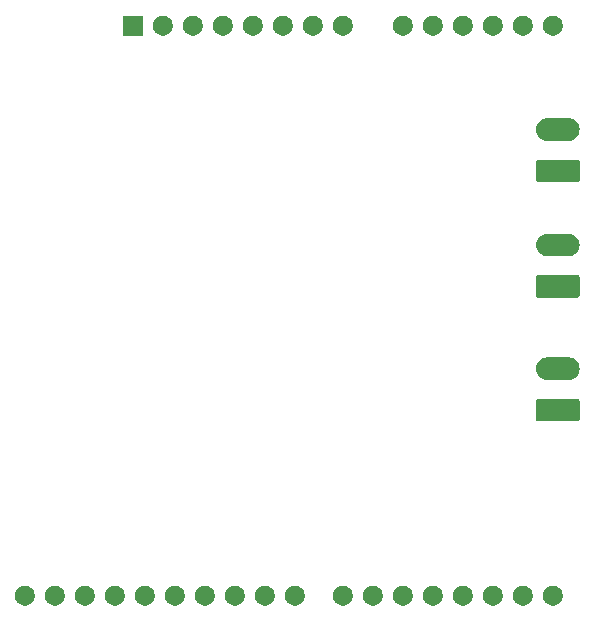
<source format=gbr>
G04 #@! TF.GenerationSoftware,KiCad,Pcbnew,5.1.5+dfsg1-2build2*
G04 #@! TF.CreationDate,2020-08-23T11:23:10+01:00*
G04 #@! TF.ProjectId,psoc6_beacon_gateway,70736f63-365f-4626-9561-636f6e5f6761,rev?*
G04 #@! TF.SameCoordinates,Original*
G04 #@! TF.FileFunction,Soldermask,Bot*
G04 #@! TF.FilePolarity,Negative*
%FSLAX46Y46*%
G04 Gerber Fmt 4.6, Leading zero omitted, Abs format (unit mm)*
G04 Created by KiCad (PCBNEW 5.1.5+dfsg1-2build2) date 2020-08-23 11:23:10*
%MOMM*%
%LPD*%
G04 APERTURE LIST*
%ADD10C,0.100000*%
G04 APERTURE END LIST*
D10*
G36*
X-31198418Y-40712082D02*
G01*
X-31099771Y-40731704D01*
X-30944899Y-40795854D01*
X-30805518Y-40888986D01*
X-30686984Y-41007520D01*
X-30593852Y-41146901D01*
X-30529702Y-41301773D01*
X-30496999Y-41466185D01*
X-30496999Y-41633817D01*
X-30529702Y-41798229D01*
X-30593852Y-41953101D01*
X-30686984Y-42092482D01*
X-30805518Y-42211016D01*
X-30944899Y-42304148D01*
X-31099771Y-42368298D01*
X-31198418Y-42387920D01*
X-31264181Y-42401001D01*
X-31431817Y-42401001D01*
X-31497580Y-42387920D01*
X-31596227Y-42368298D01*
X-31751099Y-42304148D01*
X-31890480Y-42211016D01*
X-32009014Y-42092482D01*
X-32102146Y-41953101D01*
X-32166296Y-41798229D01*
X-32198999Y-41633817D01*
X-32198999Y-41466185D01*
X-32166296Y-41301773D01*
X-32102146Y-41146901D01*
X-32009014Y-41007520D01*
X-31890480Y-40888986D01*
X-31751099Y-40795854D01*
X-31596227Y-40731704D01*
X-31497580Y-40712082D01*
X-31431817Y-40699001D01*
X-31264181Y-40699001D01*
X-31198418Y-40712082D01*
G37*
G36*
X-53038418Y-40712082D02*
G01*
X-52939771Y-40731704D01*
X-52784899Y-40795854D01*
X-52645518Y-40888986D01*
X-52526984Y-41007520D01*
X-52433852Y-41146901D01*
X-52369702Y-41301773D01*
X-52336999Y-41466185D01*
X-52336999Y-41633817D01*
X-52369702Y-41798229D01*
X-52433852Y-41953101D01*
X-52526984Y-42092482D01*
X-52645518Y-42211016D01*
X-52784899Y-42304148D01*
X-52939771Y-42368298D01*
X-53038418Y-42387920D01*
X-53104181Y-42401001D01*
X-53271817Y-42401001D01*
X-53337580Y-42387920D01*
X-53436227Y-42368298D01*
X-53591099Y-42304148D01*
X-53730480Y-42211016D01*
X-53849014Y-42092482D01*
X-53942146Y-41953101D01*
X-54006296Y-41798229D01*
X-54038999Y-41633817D01*
X-54038999Y-41466185D01*
X-54006296Y-41301773D01*
X-53942146Y-41146901D01*
X-53849014Y-41007520D01*
X-53730480Y-40888986D01*
X-53591099Y-40795854D01*
X-53436227Y-40731704D01*
X-53337580Y-40712082D01*
X-53271817Y-40699001D01*
X-53104181Y-40699001D01*
X-53038418Y-40712082D01*
G37*
G36*
X-28658418Y-40712082D02*
G01*
X-28559771Y-40731704D01*
X-28404899Y-40795854D01*
X-28265518Y-40888986D01*
X-28146984Y-41007520D01*
X-28053852Y-41146901D01*
X-27989702Y-41301773D01*
X-27956999Y-41466185D01*
X-27956999Y-41633817D01*
X-27989702Y-41798229D01*
X-28053852Y-41953101D01*
X-28146984Y-42092482D01*
X-28265518Y-42211016D01*
X-28404899Y-42304148D01*
X-28559771Y-42368298D01*
X-28658418Y-42387920D01*
X-28724181Y-42401001D01*
X-28891817Y-42401001D01*
X-28957580Y-42387920D01*
X-29056227Y-42368298D01*
X-29211099Y-42304148D01*
X-29350480Y-42211016D01*
X-29469014Y-42092482D01*
X-29562146Y-41953101D01*
X-29626296Y-41798229D01*
X-29658999Y-41633817D01*
X-29658999Y-41466185D01*
X-29626296Y-41301773D01*
X-29562146Y-41146901D01*
X-29469014Y-41007520D01*
X-29350480Y-40888986D01*
X-29211099Y-40795854D01*
X-29056227Y-40731704D01*
X-28957580Y-40712082D01*
X-28891817Y-40699001D01*
X-28724181Y-40699001D01*
X-28658418Y-40712082D01*
G37*
G36*
X-68278418Y-40712082D02*
G01*
X-68179771Y-40731704D01*
X-68024899Y-40795854D01*
X-67885518Y-40888986D01*
X-67766984Y-41007520D01*
X-67673852Y-41146901D01*
X-67609702Y-41301773D01*
X-67576999Y-41466185D01*
X-67576999Y-41633817D01*
X-67609702Y-41798229D01*
X-67673852Y-41953101D01*
X-67766984Y-42092482D01*
X-67885518Y-42211016D01*
X-68024899Y-42304148D01*
X-68179771Y-42368298D01*
X-68278418Y-42387920D01*
X-68344181Y-42401001D01*
X-68511817Y-42401001D01*
X-68577580Y-42387920D01*
X-68676227Y-42368298D01*
X-68831099Y-42304148D01*
X-68970480Y-42211016D01*
X-69089014Y-42092482D01*
X-69182146Y-41953101D01*
X-69246296Y-41798229D01*
X-69278999Y-41633817D01*
X-69278999Y-41466185D01*
X-69246296Y-41301773D01*
X-69182146Y-41146901D01*
X-69089014Y-41007520D01*
X-68970480Y-40888986D01*
X-68831099Y-40795854D01*
X-68676227Y-40731704D01*
X-68577580Y-40712082D01*
X-68511817Y-40699001D01*
X-68344181Y-40699001D01*
X-68278418Y-40712082D01*
G37*
G36*
X-65738418Y-40712082D02*
G01*
X-65639771Y-40731704D01*
X-65484899Y-40795854D01*
X-65345518Y-40888986D01*
X-65226984Y-41007520D01*
X-65133852Y-41146901D01*
X-65069702Y-41301773D01*
X-65036999Y-41466185D01*
X-65036999Y-41633817D01*
X-65069702Y-41798229D01*
X-65133852Y-41953101D01*
X-65226984Y-42092482D01*
X-65345518Y-42211016D01*
X-65484899Y-42304148D01*
X-65639771Y-42368298D01*
X-65738418Y-42387920D01*
X-65804181Y-42401001D01*
X-65971817Y-42401001D01*
X-66037580Y-42387920D01*
X-66136227Y-42368298D01*
X-66291099Y-42304148D01*
X-66430480Y-42211016D01*
X-66549014Y-42092482D01*
X-66642146Y-41953101D01*
X-66706296Y-41798229D01*
X-66738999Y-41633817D01*
X-66738999Y-41466185D01*
X-66706296Y-41301773D01*
X-66642146Y-41146901D01*
X-66549014Y-41007520D01*
X-66430480Y-40888986D01*
X-66291099Y-40795854D01*
X-66136227Y-40731704D01*
X-66037580Y-40712082D01*
X-65971817Y-40699001D01*
X-65804181Y-40699001D01*
X-65738418Y-40712082D01*
G37*
G36*
X-63198418Y-40712082D02*
G01*
X-63099771Y-40731704D01*
X-62944899Y-40795854D01*
X-62805518Y-40888986D01*
X-62686984Y-41007520D01*
X-62593852Y-41146901D01*
X-62529702Y-41301773D01*
X-62496999Y-41466185D01*
X-62496999Y-41633817D01*
X-62529702Y-41798229D01*
X-62593852Y-41953101D01*
X-62686984Y-42092482D01*
X-62805518Y-42211016D01*
X-62944899Y-42304148D01*
X-63099771Y-42368298D01*
X-63198418Y-42387920D01*
X-63264181Y-42401001D01*
X-63431817Y-42401001D01*
X-63497580Y-42387920D01*
X-63596227Y-42368298D01*
X-63751099Y-42304148D01*
X-63890480Y-42211016D01*
X-64009014Y-42092482D01*
X-64102146Y-41953101D01*
X-64166296Y-41798229D01*
X-64198999Y-41633817D01*
X-64198999Y-41466185D01*
X-64166296Y-41301773D01*
X-64102146Y-41146901D01*
X-64009014Y-41007520D01*
X-63890480Y-40888986D01*
X-63751099Y-40795854D01*
X-63596227Y-40731704D01*
X-63497580Y-40712082D01*
X-63431817Y-40699001D01*
X-63264181Y-40699001D01*
X-63198418Y-40712082D01*
G37*
G36*
X-60658418Y-40712082D02*
G01*
X-60559771Y-40731704D01*
X-60404899Y-40795854D01*
X-60265518Y-40888986D01*
X-60146984Y-41007520D01*
X-60053852Y-41146901D01*
X-59989702Y-41301773D01*
X-59956999Y-41466185D01*
X-59956999Y-41633817D01*
X-59989702Y-41798229D01*
X-60053852Y-41953101D01*
X-60146984Y-42092482D01*
X-60265518Y-42211016D01*
X-60404899Y-42304148D01*
X-60559771Y-42368298D01*
X-60658418Y-42387920D01*
X-60724181Y-42401001D01*
X-60891817Y-42401001D01*
X-60957580Y-42387920D01*
X-61056227Y-42368298D01*
X-61211099Y-42304148D01*
X-61350480Y-42211016D01*
X-61469014Y-42092482D01*
X-61562146Y-41953101D01*
X-61626296Y-41798229D01*
X-61658999Y-41633817D01*
X-61658999Y-41466185D01*
X-61626296Y-41301773D01*
X-61562146Y-41146901D01*
X-61469014Y-41007520D01*
X-61350480Y-40888986D01*
X-61211099Y-40795854D01*
X-61056227Y-40731704D01*
X-60957580Y-40712082D01*
X-60891817Y-40699001D01*
X-60724181Y-40699001D01*
X-60658418Y-40712082D01*
G37*
G36*
X-58118418Y-40712082D02*
G01*
X-58019771Y-40731704D01*
X-57864899Y-40795854D01*
X-57725518Y-40888986D01*
X-57606984Y-41007520D01*
X-57513852Y-41146901D01*
X-57449702Y-41301773D01*
X-57416999Y-41466185D01*
X-57416999Y-41633817D01*
X-57449702Y-41798229D01*
X-57513852Y-41953101D01*
X-57606984Y-42092482D01*
X-57725518Y-42211016D01*
X-57864899Y-42304148D01*
X-58019771Y-42368298D01*
X-58118418Y-42387920D01*
X-58184181Y-42401001D01*
X-58351817Y-42401001D01*
X-58417580Y-42387920D01*
X-58516227Y-42368298D01*
X-58671099Y-42304148D01*
X-58810480Y-42211016D01*
X-58929014Y-42092482D01*
X-59022146Y-41953101D01*
X-59086296Y-41798229D01*
X-59118999Y-41633817D01*
X-59118999Y-41466185D01*
X-59086296Y-41301773D01*
X-59022146Y-41146901D01*
X-58929014Y-41007520D01*
X-58810480Y-40888986D01*
X-58671099Y-40795854D01*
X-58516227Y-40731704D01*
X-58417580Y-40712082D01*
X-58351817Y-40699001D01*
X-58184181Y-40699001D01*
X-58118418Y-40712082D01*
G37*
G36*
X-55578418Y-40712082D02*
G01*
X-55479771Y-40731704D01*
X-55324899Y-40795854D01*
X-55185518Y-40888986D01*
X-55066984Y-41007520D01*
X-54973852Y-41146901D01*
X-54909702Y-41301773D01*
X-54876999Y-41466185D01*
X-54876999Y-41633817D01*
X-54909702Y-41798229D01*
X-54973852Y-41953101D01*
X-55066984Y-42092482D01*
X-55185518Y-42211016D01*
X-55324899Y-42304148D01*
X-55479771Y-42368298D01*
X-55578418Y-42387920D01*
X-55644181Y-42401001D01*
X-55811817Y-42401001D01*
X-55877580Y-42387920D01*
X-55976227Y-42368298D01*
X-56131099Y-42304148D01*
X-56270480Y-42211016D01*
X-56389014Y-42092482D01*
X-56482146Y-41953101D01*
X-56546296Y-41798229D01*
X-56578999Y-41633817D01*
X-56578999Y-41466185D01*
X-56546296Y-41301773D01*
X-56482146Y-41146901D01*
X-56389014Y-41007520D01*
X-56270480Y-40888986D01*
X-56131099Y-40795854D01*
X-55976227Y-40731704D01*
X-55877580Y-40712082D01*
X-55811817Y-40699001D01*
X-55644181Y-40699001D01*
X-55578418Y-40712082D01*
G37*
G36*
X-50498418Y-40712082D02*
G01*
X-50399771Y-40731704D01*
X-50244899Y-40795854D01*
X-50105518Y-40888986D01*
X-49986984Y-41007520D01*
X-49893852Y-41146901D01*
X-49829702Y-41301773D01*
X-49796999Y-41466185D01*
X-49796999Y-41633817D01*
X-49829702Y-41798229D01*
X-49893852Y-41953101D01*
X-49986984Y-42092482D01*
X-50105518Y-42211016D01*
X-50244899Y-42304148D01*
X-50399771Y-42368298D01*
X-50498418Y-42387920D01*
X-50564181Y-42401001D01*
X-50731817Y-42401001D01*
X-50797580Y-42387920D01*
X-50896227Y-42368298D01*
X-51051099Y-42304148D01*
X-51190480Y-42211016D01*
X-51309014Y-42092482D01*
X-51402146Y-41953101D01*
X-51466296Y-41798229D01*
X-51498999Y-41633817D01*
X-51498999Y-41466185D01*
X-51466296Y-41301773D01*
X-51402146Y-41146901D01*
X-51309014Y-41007520D01*
X-51190480Y-40888986D01*
X-51051099Y-40795854D01*
X-50896227Y-40731704D01*
X-50797580Y-40712082D01*
X-50731817Y-40699001D01*
X-50564181Y-40699001D01*
X-50498418Y-40712082D01*
G37*
G36*
X-46438418Y-40712082D02*
G01*
X-46339771Y-40731704D01*
X-46184899Y-40795854D01*
X-46045518Y-40888986D01*
X-45926984Y-41007520D01*
X-45833852Y-41146901D01*
X-45769702Y-41301773D01*
X-45736999Y-41466185D01*
X-45736999Y-41633817D01*
X-45769702Y-41798229D01*
X-45833852Y-41953101D01*
X-45926984Y-42092482D01*
X-46045518Y-42211016D01*
X-46184899Y-42304148D01*
X-46339771Y-42368298D01*
X-46438418Y-42387920D01*
X-46504181Y-42401001D01*
X-46671817Y-42401001D01*
X-46737580Y-42387920D01*
X-46836227Y-42368298D01*
X-46991099Y-42304148D01*
X-47130480Y-42211016D01*
X-47249014Y-42092482D01*
X-47342146Y-41953101D01*
X-47406296Y-41798229D01*
X-47438999Y-41633817D01*
X-47438999Y-41466185D01*
X-47406296Y-41301773D01*
X-47342146Y-41146901D01*
X-47249014Y-41007520D01*
X-47130480Y-40888986D01*
X-46991099Y-40795854D01*
X-46836227Y-40731704D01*
X-46737580Y-40712082D01*
X-46671817Y-40699001D01*
X-46504181Y-40699001D01*
X-46438418Y-40712082D01*
G37*
G36*
X-43898418Y-40712082D02*
G01*
X-43799771Y-40731704D01*
X-43644899Y-40795854D01*
X-43505518Y-40888986D01*
X-43386984Y-41007520D01*
X-43293852Y-41146901D01*
X-43229702Y-41301773D01*
X-43196999Y-41466185D01*
X-43196999Y-41633817D01*
X-43229702Y-41798229D01*
X-43293852Y-41953101D01*
X-43386984Y-42092482D01*
X-43505518Y-42211016D01*
X-43644899Y-42304148D01*
X-43799771Y-42368298D01*
X-43898418Y-42387920D01*
X-43964181Y-42401001D01*
X-44131817Y-42401001D01*
X-44197580Y-42387920D01*
X-44296227Y-42368298D01*
X-44451099Y-42304148D01*
X-44590480Y-42211016D01*
X-44709014Y-42092482D01*
X-44802146Y-41953101D01*
X-44866296Y-41798229D01*
X-44898999Y-41633817D01*
X-44898999Y-41466185D01*
X-44866296Y-41301773D01*
X-44802146Y-41146901D01*
X-44709014Y-41007520D01*
X-44590480Y-40888986D01*
X-44451099Y-40795854D01*
X-44296227Y-40731704D01*
X-44197580Y-40712082D01*
X-44131817Y-40699001D01*
X-43964181Y-40699001D01*
X-43898418Y-40712082D01*
G37*
G36*
X-41358418Y-40712082D02*
G01*
X-41259771Y-40731704D01*
X-41104899Y-40795854D01*
X-40965518Y-40888986D01*
X-40846984Y-41007520D01*
X-40753852Y-41146901D01*
X-40689702Y-41301773D01*
X-40656999Y-41466185D01*
X-40656999Y-41633817D01*
X-40689702Y-41798229D01*
X-40753852Y-41953101D01*
X-40846984Y-42092482D01*
X-40965518Y-42211016D01*
X-41104899Y-42304148D01*
X-41259771Y-42368298D01*
X-41358418Y-42387920D01*
X-41424181Y-42401001D01*
X-41591817Y-42401001D01*
X-41657580Y-42387920D01*
X-41756227Y-42368298D01*
X-41911099Y-42304148D01*
X-42050480Y-42211016D01*
X-42169014Y-42092482D01*
X-42262146Y-41953101D01*
X-42326296Y-41798229D01*
X-42358999Y-41633817D01*
X-42358999Y-41466185D01*
X-42326296Y-41301773D01*
X-42262146Y-41146901D01*
X-42169014Y-41007520D01*
X-42050480Y-40888986D01*
X-41911099Y-40795854D01*
X-41756227Y-40731704D01*
X-41657580Y-40712082D01*
X-41591817Y-40699001D01*
X-41424181Y-40699001D01*
X-41358418Y-40712082D01*
G37*
G36*
X-38818418Y-40712082D02*
G01*
X-38719771Y-40731704D01*
X-38564899Y-40795854D01*
X-38425518Y-40888986D01*
X-38306984Y-41007520D01*
X-38213852Y-41146901D01*
X-38149702Y-41301773D01*
X-38116999Y-41466185D01*
X-38116999Y-41633817D01*
X-38149702Y-41798229D01*
X-38213852Y-41953101D01*
X-38306984Y-42092482D01*
X-38425518Y-42211016D01*
X-38564899Y-42304148D01*
X-38719771Y-42368298D01*
X-38818418Y-42387920D01*
X-38884181Y-42401001D01*
X-39051817Y-42401001D01*
X-39117580Y-42387920D01*
X-39216227Y-42368298D01*
X-39371099Y-42304148D01*
X-39510480Y-42211016D01*
X-39629014Y-42092482D01*
X-39722146Y-41953101D01*
X-39786296Y-41798229D01*
X-39818999Y-41633817D01*
X-39818999Y-41466185D01*
X-39786296Y-41301773D01*
X-39722146Y-41146901D01*
X-39629014Y-41007520D01*
X-39510480Y-40888986D01*
X-39371099Y-40795854D01*
X-39216227Y-40731704D01*
X-39117580Y-40712082D01*
X-39051817Y-40699001D01*
X-38884181Y-40699001D01*
X-38818418Y-40712082D01*
G37*
G36*
X-36278418Y-40712082D02*
G01*
X-36179771Y-40731704D01*
X-36024899Y-40795854D01*
X-35885518Y-40888986D01*
X-35766984Y-41007520D01*
X-35673852Y-41146901D01*
X-35609702Y-41301773D01*
X-35576999Y-41466185D01*
X-35576999Y-41633817D01*
X-35609702Y-41798229D01*
X-35673852Y-41953101D01*
X-35766984Y-42092482D01*
X-35885518Y-42211016D01*
X-36024899Y-42304148D01*
X-36179771Y-42368298D01*
X-36278418Y-42387920D01*
X-36344181Y-42401001D01*
X-36511817Y-42401001D01*
X-36577580Y-42387920D01*
X-36676227Y-42368298D01*
X-36831099Y-42304148D01*
X-36970480Y-42211016D01*
X-37089014Y-42092482D01*
X-37182146Y-41953101D01*
X-37246296Y-41798229D01*
X-37278999Y-41633817D01*
X-37278999Y-41466185D01*
X-37246296Y-41301773D01*
X-37182146Y-41146901D01*
X-37089014Y-41007520D01*
X-36970480Y-40888986D01*
X-36831099Y-40795854D01*
X-36676227Y-40731704D01*
X-36577580Y-40712082D01*
X-36511817Y-40699001D01*
X-36344181Y-40699001D01*
X-36278418Y-40712082D01*
G37*
G36*
X-33738418Y-40712082D02*
G01*
X-33639771Y-40731704D01*
X-33484899Y-40795854D01*
X-33345518Y-40888986D01*
X-33226984Y-41007520D01*
X-33133852Y-41146901D01*
X-33069702Y-41301773D01*
X-33036999Y-41466185D01*
X-33036999Y-41633817D01*
X-33069702Y-41798229D01*
X-33133852Y-41953101D01*
X-33226984Y-42092482D01*
X-33345518Y-42211016D01*
X-33484899Y-42304148D01*
X-33639771Y-42368298D01*
X-33738418Y-42387920D01*
X-33804181Y-42401001D01*
X-33971817Y-42401001D01*
X-34037580Y-42387920D01*
X-34136227Y-42368298D01*
X-34291099Y-42304148D01*
X-34430480Y-42211016D01*
X-34549014Y-42092482D01*
X-34642146Y-41953101D01*
X-34706296Y-41798229D01*
X-34738999Y-41633817D01*
X-34738999Y-41466185D01*
X-34706296Y-41301773D01*
X-34642146Y-41146901D01*
X-34549014Y-41007520D01*
X-34430480Y-40888986D01*
X-34291099Y-40795854D01*
X-34136227Y-40731704D01*
X-34037580Y-40712082D01*
X-33971817Y-40699001D01*
X-33804181Y-40699001D01*
X-33738418Y-40712082D01*
G37*
G36*
X-70818418Y-40712082D02*
G01*
X-70719771Y-40731704D01*
X-70564899Y-40795854D01*
X-70425518Y-40888986D01*
X-70306984Y-41007520D01*
X-70213852Y-41146901D01*
X-70149702Y-41301773D01*
X-70116999Y-41466185D01*
X-70116999Y-41633817D01*
X-70149702Y-41798229D01*
X-70213852Y-41953101D01*
X-70306984Y-42092482D01*
X-70425518Y-42211016D01*
X-70564899Y-42304148D01*
X-70719771Y-42368298D01*
X-70818418Y-42387920D01*
X-70884181Y-42401001D01*
X-71051817Y-42401001D01*
X-71117580Y-42387920D01*
X-71216227Y-42368298D01*
X-71371099Y-42304148D01*
X-71510480Y-42211016D01*
X-71629014Y-42092482D01*
X-71722146Y-41953101D01*
X-71786296Y-41798229D01*
X-71818999Y-41633817D01*
X-71818999Y-41466185D01*
X-71786296Y-41301773D01*
X-71722146Y-41146901D01*
X-71629014Y-41007520D01*
X-71510480Y-40888986D01*
X-71371099Y-40795854D01*
X-71216227Y-40731704D01*
X-71117580Y-40712082D01*
X-71051817Y-40699001D01*
X-70884181Y-40699001D01*
X-70818418Y-40712082D01*
G37*
G36*
X-73358418Y-40712082D02*
G01*
X-73259771Y-40731704D01*
X-73104899Y-40795854D01*
X-72965518Y-40888986D01*
X-72846984Y-41007520D01*
X-72753852Y-41146901D01*
X-72689702Y-41301773D01*
X-72656999Y-41466185D01*
X-72656999Y-41633817D01*
X-72689702Y-41798229D01*
X-72753852Y-41953101D01*
X-72846984Y-42092482D01*
X-72965518Y-42211016D01*
X-73104899Y-42304148D01*
X-73259771Y-42368298D01*
X-73358418Y-42387920D01*
X-73424181Y-42401001D01*
X-73591817Y-42401001D01*
X-73657580Y-42387920D01*
X-73756227Y-42368298D01*
X-73911099Y-42304148D01*
X-74050480Y-42211016D01*
X-74169014Y-42092482D01*
X-74262146Y-41953101D01*
X-74326296Y-41798229D01*
X-74358999Y-41633817D01*
X-74358999Y-41466185D01*
X-74326296Y-41301773D01*
X-74262146Y-41146901D01*
X-74169014Y-41007520D01*
X-74050480Y-40888986D01*
X-73911099Y-40795854D01*
X-73756227Y-40731704D01*
X-73657580Y-40712082D01*
X-73591817Y-40699001D01*
X-73424181Y-40699001D01*
X-73358418Y-40712082D01*
G37*
G36*
X-26688095Y-24897662D02*
G01*
X-26652179Y-24908557D01*
X-26619073Y-24926252D01*
X-26590061Y-24950061D01*
X-26566252Y-24979073D01*
X-26548557Y-25012179D01*
X-26537662Y-25048095D01*
X-26533500Y-25090354D01*
X-26533500Y-26598646D01*
X-26537662Y-26640905D01*
X-26548557Y-26676821D01*
X-26566252Y-26709927D01*
X-26590061Y-26738939D01*
X-26619073Y-26762748D01*
X-26652179Y-26780443D01*
X-26688095Y-26791338D01*
X-26730354Y-26795500D01*
X-30038646Y-26795500D01*
X-30080905Y-26791338D01*
X-30116821Y-26780443D01*
X-30149927Y-26762748D01*
X-30178939Y-26738939D01*
X-30202748Y-26709927D01*
X-30220443Y-26676821D01*
X-30231338Y-26640905D01*
X-30235500Y-26598646D01*
X-30235500Y-25090354D01*
X-30231338Y-25048095D01*
X-30220443Y-25012179D01*
X-30202748Y-24979073D01*
X-30178939Y-24950061D01*
X-30149927Y-24926252D01*
X-30116821Y-24908557D01*
X-30080905Y-24897662D01*
X-30038646Y-24893500D01*
X-26730354Y-24893500D01*
X-26688095Y-24897662D01*
G37*
G36*
X-27298075Y-21407259D02*
G01*
X-27178562Y-21443514D01*
X-27118807Y-21461640D01*
X-27118805Y-21461641D01*
X-26953597Y-21549945D01*
X-26808788Y-21668788D01*
X-26689945Y-21813597D01*
X-26601641Y-21978805D01*
X-26547259Y-22158075D01*
X-26528898Y-22344500D01*
X-26547259Y-22530925D01*
X-26601641Y-22710195D01*
X-26689945Y-22875403D01*
X-26808788Y-23020212D01*
X-26953597Y-23139055D01*
X-27118805Y-23227359D01*
X-27118807Y-23227360D01*
X-27178562Y-23245486D01*
X-27298075Y-23281741D01*
X-27437777Y-23295500D01*
X-29331223Y-23295500D01*
X-29470925Y-23281741D01*
X-29590438Y-23245486D01*
X-29650193Y-23227360D01*
X-29650195Y-23227359D01*
X-29815403Y-23139055D01*
X-29960212Y-23020212D01*
X-30079055Y-22875403D01*
X-30167359Y-22710195D01*
X-30221741Y-22530925D01*
X-30240102Y-22344500D01*
X-30221741Y-22158075D01*
X-30167359Y-21978805D01*
X-30079055Y-21813597D01*
X-29960212Y-21668788D01*
X-29815403Y-21549945D01*
X-29650195Y-21461641D01*
X-29650193Y-21461640D01*
X-29590438Y-21443514D01*
X-29470925Y-21407259D01*
X-29331223Y-21393500D01*
X-27437777Y-21393500D01*
X-27298075Y-21407259D01*
G37*
G36*
X-26688095Y-14420162D02*
G01*
X-26652179Y-14431057D01*
X-26619073Y-14448752D01*
X-26590061Y-14472561D01*
X-26566252Y-14501573D01*
X-26548557Y-14534679D01*
X-26537662Y-14570595D01*
X-26533500Y-14612854D01*
X-26533500Y-16121146D01*
X-26537662Y-16163405D01*
X-26548557Y-16199321D01*
X-26566252Y-16232427D01*
X-26590061Y-16261439D01*
X-26619073Y-16285248D01*
X-26652179Y-16302943D01*
X-26688095Y-16313838D01*
X-26730354Y-16318000D01*
X-30038646Y-16318000D01*
X-30080905Y-16313838D01*
X-30116821Y-16302943D01*
X-30149927Y-16285248D01*
X-30178939Y-16261439D01*
X-30202748Y-16232427D01*
X-30220443Y-16199321D01*
X-30231338Y-16163405D01*
X-30235500Y-16121146D01*
X-30235500Y-14612854D01*
X-30231338Y-14570595D01*
X-30220443Y-14534679D01*
X-30202748Y-14501573D01*
X-30178939Y-14472561D01*
X-30149927Y-14448752D01*
X-30116821Y-14431057D01*
X-30080905Y-14420162D01*
X-30038646Y-14416000D01*
X-26730354Y-14416000D01*
X-26688095Y-14420162D01*
G37*
G36*
X-27298075Y-10929759D02*
G01*
X-27178562Y-10966014D01*
X-27118807Y-10984140D01*
X-27118805Y-10984141D01*
X-26953597Y-11072445D01*
X-26808788Y-11191288D01*
X-26689945Y-11336097D01*
X-26601641Y-11501305D01*
X-26547259Y-11680575D01*
X-26528898Y-11867000D01*
X-26547259Y-12053425D01*
X-26601641Y-12232695D01*
X-26689945Y-12397903D01*
X-26808788Y-12542712D01*
X-26953597Y-12661555D01*
X-27118805Y-12749859D01*
X-27118807Y-12749860D01*
X-27178562Y-12767986D01*
X-27298075Y-12804241D01*
X-27437777Y-12818000D01*
X-29331223Y-12818000D01*
X-29470925Y-12804241D01*
X-29590438Y-12767986D01*
X-29650193Y-12749860D01*
X-29650195Y-12749859D01*
X-29815403Y-12661555D01*
X-29960212Y-12542712D01*
X-30079055Y-12397903D01*
X-30167359Y-12232695D01*
X-30221741Y-12053425D01*
X-30240102Y-11867000D01*
X-30221741Y-11680575D01*
X-30167359Y-11501305D01*
X-30079055Y-11336097D01*
X-29960212Y-11191288D01*
X-29815403Y-11072445D01*
X-29650195Y-10984141D01*
X-29650193Y-10984140D01*
X-29590438Y-10966014D01*
X-29470925Y-10929759D01*
X-29331223Y-10916000D01*
X-27437777Y-10916000D01*
X-27298075Y-10929759D01*
G37*
G36*
X-26688095Y-4641162D02*
G01*
X-26652179Y-4652057D01*
X-26619073Y-4669752D01*
X-26590061Y-4693561D01*
X-26566252Y-4722573D01*
X-26548557Y-4755679D01*
X-26537662Y-4791595D01*
X-26533500Y-4833854D01*
X-26533500Y-6342146D01*
X-26537662Y-6384405D01*
X-26548557Y-6420321D01*
X-26566252Y-6453427D01*
X-26590061Y-6482439D01*
X-26619073Y-6506248D01*
X-26652179Y-6523943D01*
X-26688095Y-6534838D01*
X-26730354Y-6539000D01*
X-30038646Y-6539000D01*
X-30080905Y-6534838D01*
X-30116821Y-6523943D01*
X-30149927Y-6506248D01*
X-30178939Y-6482439D01*
X-30202748Y-6453427D01*
X-30220443Y-6420321D01*
X-30231338Y-6384405D01*
X-30235500Y-6342146D01*
X-30235500Y-4833854D01*
X-30231338Y-4791595D01*
X-30220443Y-4755679D01*
X-30202748Y-4722573D01*
X-30178939Y-4693561D01*
X-30149927Y-4669752D01*
X-30116821Y-4652057D01*
X-30080905Y-4641162D01*
X-30038646Y-4637000D01*
X-26730354Y-4637000D01*
X-26688095Y-4641162D01*
G37*
G36*
X-27298075Y-1150759D02*
G01*
X-27178562Y-1187014D01*
X-27118807Y-1205140D01*
X-27118805Y-1205141D01*
X-26953597Y-1293445D01*
X-26808788Y-1412288D01*
X-26689945Y-1557097D01*
X-26601641Y-1722305D01*
X-26547259Y-1901575D01*
X-26528898Y-2088000D01*
X-26547259Y-2274425D01*
X-26601641Y-2453695D01*
X-26689945Y-2618903D01*
X-26808788Y-2763712D01*
X-26953597Y-2882555D01*
X-27118805Y-2970859D01*
X-27118807Y-2970860D01*
X-27178562Y-2988986D01*
X-27298075Y-3025241D01*
X-27437777Y-3039000D01*
X-29331223Y-3039000D01*
X-29470925Y-3025241D01*
X-29590438Y-2988986D01*
X-29650193Y-2970860D01*
X-29650195Y-2970859D01*
X-29815403Y-2882555D01*
X-29960212Y-2763712D01*
X-30079055Y-2618903D01*
X-30167359Y-2453695D01*
X-30221741Y-2274425D01*
X-30240102Y-2088000D01*
X-30221741Y-1901575D01*
X-30167359Y-1722305D01*
X-30079055Y-1557097D01*
X-29960212Y-1412288D01*
X-29815403Y-1293445D01*
X-29650195Y-1205141D01*
X-29650193Y-1205140D01*
X-29590438Y-1187014D01*
X-29470925Y-1150759D01*
X-29331223Y-1137000D01*
X-27437777Y-1137000D01*
X-27298075Y-1150759D01*
G37*
G36*
X-63516999Y5858999D02*
G01*
X-65218999Y5858999D01*
X-65218999Y7560999D01*
X-63516999Y7560999D01*
X-63516999Y5858999D01*
G37*
G36*
X-59138418Y7547918D02*
G01*
X-59039771Y7528296D01*
X-58884899Y7464146D01*
X-58745518Y7371014D01*
X-58626984Y7252480D01*
X-58533852Y7113099D01*
X-58469702Y6958227D01*
X-58436999Y6793815D01*
X-58436999Y6626183D01*
X-58469702Y6461771D01*
X-58533852Y6306899D01*
X-58626984Y6167518D01*
X-58745518Y6048984D01*
X-58884899Y5955852D01*
X-59039771Y5891702D01*
X-59138418Y5872080D01*
X-59204181Y5858999D01*
X-59371817Y5858999D01*
X-59437580Y5872080D01*
X-59536227Y5891702D01*
X-59691099Y5955852D01*
X-59830480Y6048984D01*
X-59949014Y6167518D01*
X-60042146Y6306899D01*
X-60106296Y6461771D01*
X-60138999Y6626183D01*
X-60138999Y6793815D01*
X-60106296Y6958227D01*
X-60042146Y7113099D01*
X-59949014Y7252480D01*
X-59830480Y7371014D01*
X-59691099Y7464146D01*
X-59536227Y7528296D01*
X-59437580Y7547918D01*
X-59371817Y7560999D01*
X-59204181Y7560999D01*
X-59138418Y7547918D01*
G37*
G36*
X-56598418Y7547918D02*
G01*
X-56499771Y7528296D01*
X-56344899Y7464146D01*
X-56205518Y7371014D01*
X-56086984Y7252480D01*
X-55993852Y7113099D01*
X-55929702Y6958227D01*
X-55896999Y6793815D01*
X-55896999Y6626183D01*
X-55929702Y6461771D01*
X-55993852Y6306899D01*
X-56086984Y6167518D01*
X-56205518Y6048984D01*
X-56344899Y5955852D01*
X-56499771Y5891702D01*
X-56598418Y5872080D01*
X-56664181Y5858999D01*
X-56831817Y5858999D01*
X-56897580Y5872080D01*
X-56996227Y5891702D01*
X-57151099Y5955852D01*
X-57290480Y6048984D01*
X-57409014Y6167518D01*
X-57502146Y6306899D01*
X-57566296Y6461771D01*
X-57598999Y6626183D01*
X-57598999Y6793815D01*
X-57566296Y6958227D01*
X-57502146Y7113099D01*
X-57409014Y7252480D01*
X-57290480Y7371014D01*
X-57151099Y7464146D01*
X-56996227Y7528296D01*
X-56897580Y7547918D01*
X-56831817Y7560999D01*
X-56664181Y7560999D01*
X-56598418Y7547918D01*
G37*
G36*
X-54058418Y7547918D02*
G01*
X-53959771Y7528296D01*
X-53804899Y7464146D01*
X-53665518Y7371014D01*
X-53546984Y7252480D01*
X-53453852Y7113099D01*
X-53389702Y6958227D01*
X-53356999Y6793815D01*
X-53356999Y6626183D01*
X-53389702Y6461771D01*
X-53453852Y6306899D01*
X-53546984Y6167518D01*
X-53665518Y6048984D01*
X-53804899Y5955852D01*
X-53959771Y5891702D01*
X-54058418Y5872080D01*
X-54124181Y5858999D01*
X-54291817Y5858999D01*
X-54357580Y5872080D01*
X-54456227Y5891702D01*
X-54611099Y5955852D01*
X-54750480Y6048984D01*
X-54869014Y6167518D01*
X-54962146Y6306899D01*
X-55026296Y6461771D01*
X-55058999Y6626183D01*
X-55058999Y6793815D01*
X-55026296Y6958227D01*
X-54962146Y7113099D01*
X-54869014Y7252480D01*
X-54750480Y7371014D01*
X-54611099Y7464146D01*
X-54456227Y7528296D01*
X-54357580Y7547918D01*
X-54291817Y7560999D01*
X-54124181Y7560999D01*
X-54058418Y7547918D01*
G37*
G36*
X-61678418Y7547918D02*
G01*
X-61579771Y7528296D01*
X-61424899Y7464146D01*
X-61285518Y7371014D01*
X-61166984Y7252480D01*
X-61073852Y7113099D01*
X-61009702Y6958227D01*
X-60976999Y6793815D01*
X-60976999Y6626183D01*
X-61009702Y6461771D01*
X-61073852Y6306899D01*
X-61166984Y6167518D01*
X-61285518Y6048984D01*
X-61424899Y5955852D01*
X-61579771Y5891702D01*
X-61678418Y5872080D01*
X-61744181Y5858999D01*
X-61911817Y5858999D01*
X-61977580Y5872080D01*
X-62076227Y5891702D01*
X-62231099Y5955852D01*
X-62370480Y6048984D01*
X-62489014Y6167518D01*
X-62582146Y6306899D01*
X-62646296Y6461771D01*
X-62678999Y6626183D01*
X-62678999Y6793815D01*
X-62646296Y6958227D01*
X-62582146Y7113099D01*
X-62489014Y7252480D01*
X-62370480Y7371014D01*
X-62231099Y7464146D01*
X-62076227Y7528296D01*
X-61977580Y7547918D01*
X-61911817Y7560999D01*
X-61744181Y7560999D01*
X-61678418Y7547918D01*
G37*
G36*
X-48978418Y7547918D02*
G01*
X-48879771Y7528296D01*
X-48724899Y7464146D01*
X-48585518Y7371014D01*
X-48466984Y7252480D01*
X-48373852Y7113099D01*
X-48309702Y6958227D01*
X-48276999Y6793815D01*
X-48276999Y6626183D01*
X-48309702Y6461771D01*
X-48373852Y6306899D01*
X-48466984Y6167518D01*
X-48585518Y6048984D01*
X-48724899Y5955852D01*
X-48879771Y5891702D01*
X-48978418Y5872080D01*
X-49044181Y5858999D01*
X-49211817Y5858999D01*
X-49277580Y5872080D01*
X-49376227Y5891702D01*
X-49531099Y5955852D01*
X-49670480Y6048984D01*
X-49789014Y6167518D01*
X-49882146Y6306899D01*
X-49946296Y6461771D01*
X-49978999Y6626183D01*
X-49978999Y6793815D01*
X-49946296Y6958227D01*
X-49882146Y7113099D01*
X-49789014Y7252480D01*
X-49670480Y7371014D01*
X-49531099Y7464146D01*
X-49376227Y7528296D01*
X-49277580Y7547918D01*
X-49211817Y7560999D01*
X-49044181Y7560999D01*
X-48978418Y7547918D01*
G37*
G36*
X-46438418Y7547918D02*
G01*
X-46339771Y7528296D01*
X-46184899Y7464146D01*
X-46045518Y7371014D01*
X-45926984Y7252480D01*
X-45833852Y7113099D01*
X-45769702Y6958227D01*
X-45736999Y6793815D01*
X-45736999Y6626183D01*
X-45769702Y6461771D01*
X-45833852Y6306899D01*
X-45926984Y6167518D01*
X-46045518Y6048984D01*
X-46184899Y5955852D01*
X-46339771Y5891702D01*
X-46438418Y5872080D01*
X-46504181Y5858999D01*
X-46671817Y5858999D01*
X-46737580Y5872080D01*
X-46836227Y5891702D01*
X-46991099Y5955852D01*
X-47130480Y6048984D01*
X-47249014Y6167518D01*
X-47342146Y6306899D01*
X-47406296Y6461771D01*
X-47438999Y6626183D01*
X-47438999Y6793815D01*
X-47406296Y6958227D01*
X-47342146Y7113099D01*
X-47249014Y7252480D01*
X-47130480Y7371014D01*
X-46991099Y7464146D01*
X-46836227Y7528296D01*
X-46737580Y7547918D01*
X-46671817Y7560999D01*
X-46504181Y7560999D01*
X-46438418Y7547918D01*
G37*
G36*
X-28658418Y7547918D02*
G01*
X-28559771Y7528296D01*
X-28404899Y7464146D01*
X-28265518Y7371014D01*
X-28146984Y7252480D01*
X-28053852Y7113099D01*
X-27989702Y6958227D01*
X-27956999Y6793815D01*
X-27956999Y6626183D01*
X-27989702Y6461771D01*
X-28053852Y6306899D01*
X-28146984Y6167518D01*
X-28265518Y6048984D01*
X-28404899Y5955852D01*
X-28559771Y5891702D01*
X-28658418Y5872080D01*
X-28724181Y5858999D01*
X-28891817Y5858999D01*
X-28957580Y5872080D01*
X-29056227Y5891702D01*
X-29211099Y5955852D01*
X-29350480Y6048984D01*
X-29469014Y6167518D01*
X-29562146Y6306899D01*
X-29626296Y6461771D01*
X-29658999Y6626183D01*
X-29658999Y6793815D01*
X-29626296Y6958227D01*
X-29562146Y7113099D01*
X-29469014Y7252480D01*
X-29350480Y7371014D01*
X-29211099Y7464146D01*
X-29056227Y7528296D01*
X-28957580Y7547918D01*
X-28891817Y7560999D01*
X-28724181Y7560999D01*
X-28658418Y7547918D01*
G37*
G36*
X-31198418Y7547918D02*
G01*
X-31099771Y7528296D01*
X-30944899Y7464146D01*
X-30805518Y7371014D01*
X-30686984Y7252480D01*
X-30593852Y7113099D01*
X-30529702Y6958227D01*
X-30496999Y6793815D01*
X-30496999Y6626183D01*
X-30529702Y6461771D01*
X-30593852Y6306899D01*
X-30686984Y6167518D01*
X-30805518Y6048984D01*
X-30944899Y5955852D01*
X-31099771Y5891702D01*
X-31198418Y5872080D01*
X-31264181Y5858999D01*
X-31431817Y5858999D01*
X-31497580Y5872080D01*
X-31596227Y5891702D01*
X-31751099Y5955852D01*
X-31890480Y6048984D01*
X-32009014Y6167518D01*
X-32102146Y6306899D01*
X-32166296Y6461771D01*
X-32198999Y6626183D01*
X-32198999Y6793815D01*
X-32166296Y6958227D01*
X-32102146Y7113099D01*
X-32009014Y7252480D01*
X-31890480Y7371014D01*
X-31751099Y7464146D01*
X-31596227Y7528296D01*
X-31497580Y7547918D01*
X-31431817Y7560999D01*
X-31264181Y7560999D01*
X-31198418Y7547918D01*
G37*
G36*
X-33738418Y7547918D02*
G01*
X-33639771Y7528296D01*
X-33484899Y7464146D01*
X-33345518Y7371014D01*
X-33226984Y7252480D01*
X-33133852Y7113099D01*
X-33069702Y6958227D01*
X-33036999Y6793815D01*
X-33036999Y6626183D01*
X-33069702Y6461771D01*
X-33133852Y6306899D01*
X-33226984Y6167518D01*
X-33345518Y6048984D01*
X-33484899Y5955852D01*
X-33639771Y5891702D01*
X-33738418Y5872080D01*
X-33804181Y5858999D01*
X-33971817Y5858999D01*
X-34037580Y5872080D01*
X-34136227Y5891702D01*
X-34291099Y5955852D01*
X-34430480Y6048984D01*
X-34549014Y6167518D01*
X-34642146Y6306899D01*
X-34706296Y6461771D01*
X-34738999Y6626183D01*
X-34738999Y6793815D01*
X-34706296Y6958227D01*
X-34642146Y7113099D01*
X-34549014Y7252480D01*
X-34430480Y7371014D01*
X-34291099Y7464146D01*
X-34136227Y7528296D01*
X-34037580Y7547918D01*
X-33971817Y7560999D01*
X-33804181Y7560999D01*
X-33738418Y7547918D01*
G37*
G36*
X-36278418Y7547918D02*
G01*
X-36179771Y7528296D01*
X-36024899Y7464146D01*
X-35885518Y7371014D01*
X-35766984Y7252480D01*
X-35673852Y7113099D01*
X-35609702Y6958227D01*
X-35576999Y6793815D01*
X-35576999Y6626183D01*
X-35609702Y6461771D01*
X-35673852Y6306899D01*
X-35766984Y6167518D01*
X-35885518Y6048984D01*
X-36024899Y5955852D01*
X-36179771Y5891702D01*
X-36278418Y5872080D01*
X-36344181Y5858999D01*
X-36511817Y5858999D01*
X-36577580Y5872080D01*
X-36676227Y5891702D01*
X-36831099Y5955852D01*
X-36970480Y6048984D01*
X-37089014Y6167518D01*
X-37182146Y6306899D01*
X-37246296Y6461771D01*
X-37278999Y6626183D01*
X-37278999Y6793815D01*
X-37246296Y6958227D01*
X-37182146Y7113099D01*
X-37089014Y7252480D01*
X-36970480Y7371014D01*
X-36831099Y7464146D01*
X-36676227Y7528296D01*
X-36577580Y7547918D01*
X-36511817Y7560999D01*
X-36344181Y7560999D01*
X-36278418Y7547918D01*
G37*
G36*
X-41358418Y7547918D02*
G01*
X-41259771Y7528296D01*
X-41104899Y7464146D01*
X-40965518Y7371014D01*
X-40846984Y7252480D01*
X-40753852Y7113099D01*
X-40689702Y6958227D01*
X-40656999Y6793815D01*
X-40656999Y6626183D01*
X-40689702Y6461771D01*
X-40753852Y6306899D01*
X-40846984Y6167518D01*
X-40965518Y6048984D01*
X-41104899Y5955852D01*
X-41259771Y5891702D01*
X-41358418Y5872080D01*
X-41424181Y5858999D01*
X-41591817Y5858999D01*
X-41657580Y5872080D01*
X-41756227Y5891702D01*
X-41911099Y5955852D01*
X-42050480Y6048984D01*
X-42169014Y6167518D01*
X-42262146Y6306899D01*
X-42326296Y6461771D01*
X-42358999Y6626183D01*
X-42358999Y6793815D01*
X-42326296Y6958227D01*
X-42262146Y7113099D01*
X-42169014Y7252480D01*
X-42050480Y7371014D01*
X-41911099Y7464146D01*
X-41756227Y7528296D01*
X-41657580Y7547918D01*
X-41591817Y7560999D01*
X-41424181Y7560999D01*
X-41358418Y7547918D01*
G37*
G36*
X-51518418Y7547918D02*
G01*
X-51419771Y7528296D01*
X-51264899Y7464146D01*
X-51125518Y7371014D01*
X-51006984Y7252480D01*
X-50913852Y7113099D01*
X-50849702Y6958227D01*
X-50816999Y6793815D01*
X-50816999Y6626183D01*
X-50849702Y6461771D01*
X-50913852Y6306899D01*
X-51006984Y6167518D01*
X-51125518Y6048984D01*
X-51264899Y5955852D01*
X-51419771Y5891702D01*
X-51518418Y5872080D01*
X-51584181Y5858999D01*
X-51751817Y5858999D01*
X-51817580Y5872080D01*
X-51916227Y5891702D01*
X-52071099Y5955852D01*
X-52210480Y6048984D01*
X-52329014Y6167518D01*
X-52422146Y6306899D01*
X-52486296Y6461771D01*
X-52518999Y6626183D01*
X-52518999Y6793815D01*
X-52486296Y6958227D01*
X-52422146Y7113099D01*
X-52329014Y7252480D01*
X-52210480Y7371014D01*
X-52071099Y7464146D01*
X-51916227Y7528296D01*
X-51817580Y7547918D01*
X-51751817Y7560999D01*
X-51584181Y7560999D01*
X-51518418Y7547918D01*
G37*
G36*
X-38818418Y7547918D02*
G01*
X-38719771Y7528296D01*
X-38564899Y7464146D01*
X-38425518Y7371014D01*
X-38306984Y7252480D01*
X-38213852Y7113099D01*
X-38149702Y6958227D01*
X-38116999Y6793815D01*
X-38116999Y6626183D01*
X-38149702Y6461771D01*
X-38213852Y6306899D01*
X-38306984Y6167518D01*
X-38425518Y6048984D01*
X-38564899Y5955852D01*
X-38719771Y5891702D01*
X-38818418Y5872080D01*
X-38884181Y5858999D01*
X-39051817Y5858999D01*
X-39117580Y5872080D01*
X-39216227Y5891702D01*
X-39371099Y5955852D01*
X-39510480Y6048984D01*
X-39629014Y6167518D01*
X-39722146Y6306899D01*
X-39786296Y6461771D01*
X-39818999Y6626183D01*
X-39818999Y6793815D01*
X-39786296Y6958227D01*
X-39722146Y7113099D01*
X-39629014Y7252480D01*
X-39510480Y7371014D01*
X-39371099Y7464146D01*
X-39216227Y7528296D01*
X-39117580Y7547918D01*
X-39051817Y7560999D01*
X-38884181Y7560999D01*
X-38818418Y7547918D01*
G37*
M02*

</source>
